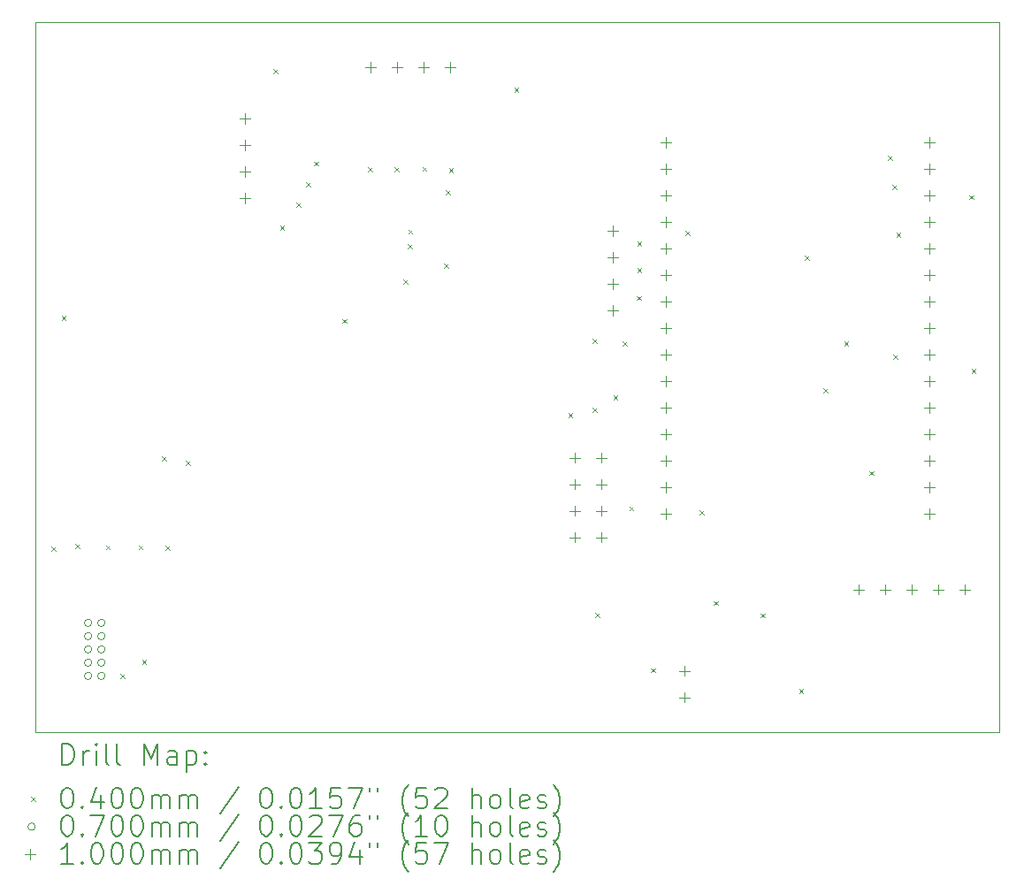
<source format=gbr>
%FSLAX45Y45*%
G04 Gerber Fmt 4.5, Leading zero omitted, Abs format (unit mm)*
G04 Created by KiCad (PCBNEW (6.0.0-0)) date 2022-01-05 21:04:28*
%MOMM*%
%LPD*%
G01*
G04 APERTURE LIST*
%TA.AperFunction,Profile*%
%ADD10C,0.050000*%
%TD*%
%ADD11C,0.200000*%
%ADD12C,0.040000*%
%ADD13C,0.070000*%
%ADD14C,0.100000*%
G04 APERTURE END LIST*
D10*
X25720000Y-13645000D02*
X25720000Y-6845000D01*
X25720000Y-6845000D02*
X16495000Y-6845000D01*
X16495000Y-13645000D02*
X25720000Y-13645000D01*
X16495000Y-6845000D02*
X16495000Y-13645000D01*
D11*
D12*
X16647000Y-11867000D02*
X16687000Y-11907000D01*
X16687000Y-11867000D02*
X16647000Y-11907000D01*
X16743000Y-9661000D02*
X16783000Y-9701000D01*
X16783000Y-9661000D02*
X16743000Y-9701000D01*
X16872840Y-11842360D02*
X16912840Y-11882360D01*
X16912840Y-11842360D02*
X16872840Y-11882360D01*
X17167000Y-11856000D02*
X17207000Y-11896000D01*
X17207000Y-11856000D02*
X17167000Y-11896000D01*
X17308000Y-13089000D02*
X17348000Y-13129000D01*
X17348000Y-13089000D02*
X17308000Y-13129000D01*
X17481000Y-11856000D02*
X17521000Y-11896000D01*
X17521000Y-11856000D02*
X17481000Y-11896000D01*
X17515000Y-12953000D02*
X17555000Y-12993000D01*
X17555000Y-12953000D02*
X17515000Y-12993000D01*
X17706000Y-11007000D02*
X17746000Y-11047000D01*
X17746000Y-11007000D02*
X17706000Y-11047000D01*
X17738000Y-11860000D02*
X17778000Y-11900000D01*
X17778000Y-11860000D02*
X17738000Y-11900000D01*
X17933000Y-11050000D02*
X17973000Y-11090000D01*
X17973000Y-11050000D02*
X17933000Y-11090000D01*
X18772000Y-7295000D02*
X18812000Y-7335000D01*
X18812000Y-7295000D02*
X18772000Y-7335000D01*
X18836000Y-8794000D02*
X18876000Y-8834000D01*
X18876000Y-8794000D02*
X18836000Y-8834000D01*
X18993000Y-8575000D02*
X19033000Y-8615000D01*
X19033000Y-8575000D02*
X18993000Y-8615000D01*
X19085000Y-8379000D02*
X19125000Y-8419000D01*
X19125000Y-8379000D02*
X19085000Y-8419000D01*
X19159000Y-8182000D02*
X19199000Y-8222000D01*
X19199000Y-8182000D02*
X19159000Y-8222000D01*
X19429000Y-9690000D02*
X19469000Y-9730000D01*
X19469000Y-9690000D02*
X19429000Y-9730000D01*
X19680000Y-8236000D02*
X19720000Y-8276000D01*
X19720000Y-8236000D02*
X19680000Y-8276000D01*
X19934000Y-8235000D02*
X19974000Y-8275000D01*
X19974000Y-8235000D02*
X19934000Y-8275000D01*
X20017000Y-9313000D02*
X20057000Y-9353000D01*
X20057000Y-9313000D02*
X20017000Y-9353000D01*
X20057000Y-8976000D02*
X20097000Y-9016000D01*
X20097000Y-8976000D02*
X20057000Y-9016000D01*
X20063000Y-8834000D02*
X20103000Y-8874000D01*
X20103000Y-8834000D02*
X20063000Y-8874000D01*
X20197000Y-8234000D02*
X20237000Y-8274000D01*
X20237000Y-8234000D02*
X20197000Y-8274000D01*
X20404000Y-9160000D02*
X20444000Y-9200000D01*
X20444000Y-9160000D02*
X20404000Y-9200000D01*
X20419500Y-8458500D02*
X20459500Y-8498500D01*
X20459500Y-8458500D02*
X20419500Y-8498500D01*
X20451000Y-8245000D02*
X20491000Y-8285000D01*
X20491000Y-8245000D02*
X20451000Y-8285000D01*
X21078000Y-7478000D02*
X21118000Y-7518000D01*
X21118000Y-7478000D02*
X21078000Y-7518000D01*
X21596000Y-10591000D02*
X21636000Y-10631000D01*
X21636000Y-10591000D02*
X21596000Y-10631000D01*
X21829000Y-9881000D02*
X21869000Y-9921000D01*
X21869000Y-9881000D02*
X21829000Y-9921000D01*
X21830000Y-10538000D02*
X21870000Y-10578000D01*
X21870000Y-10538000D02*
X21830000Y-10578000D01*
X21856000Y-12502000D02*
X21896000Y-12542000D01*
X21896000Y-12502000D02*
X21856000Y-12542000D01*
X22027000Y-10425000D02*
X22067000Y-10465000D01*
X22067000Y-10425000D02*
X22027000Y-10465000D01*
X22117000Y-9906000D02*
X22157000Y-9946000D01*
X22157000Y-9906000D02*
X22117000Y-9946000D01*
X22180000Y-11485000D02*
X22220000Y-11525000D01*
X22220000Y-11485000D02*
X22180000Y-11525000D01*
X22254000Y-9469000D02*
X22294000Y-9509000D01*
X22294000Y-9469000D02*
X22254000Y-9509000D01*
X22255000Y-8950000D02*
X22295000Y-8990000D01*
X22295000Y-8950000D02*
X22255000Y-8990000D01*
X22256000Y-9202000D02*
X22296000Y-9242000D01*
X22296000Y-9202000D02*
X22256000Y-9242000D01*
X22385000Y-13035000D02*
X22425000Y-13075000D01*
X22425000Y-13035000D02*
X22385000Y-13075000D01*
X22715000Y-8846000D02*
X22755000Y-8886000D01*
X22755000Y-8846000D02*
X22715000Y-8886000D01*
X22852000Y-11525000D02*
X22892000Y-11565000D01*
X22892000Y-11525000D02*
X22852000Y-11565000D01*
X22987000Y-12391000D02*
X23027000Y-12431000D01*
X23027000Y-12391000D02*
X22987000Y-12431000D01*
X23434000Y-12509000D02*
X23474000Y-12549000D01*
X23474000Y-12509000D02*
X23434000Y-12549000D01*
X23806000Y-13230000D02*
X23846000Y-13270000D01*
X23846000Y-13230000D02*
X23806000Y-13270000D01*
X23857000Y-9085000D02*
X23897000Y-9125000D01*
X23897000Y-9085000D02*
X23857000Y-9125000D01*
X24039000Y-10352000D02*
X24079000Y-10392000D01*
X24079000Y-10352000D02*
X24039000Y-10392000D01*
X24237000Y-9905000D02*
X24277000Y-9945000D01*
X24277000Y-9905000D02*
X24237000Y-9945000D01*
X24477000Y-11145000D02*
X24517000Y-11185000D01*
X24517000Y-11145000D02*
X24477000Y-11185000D01*
X24657000Y-8125000D02*
X24697000Y-8165000D01*
X24697000Y-8125000D02*
X24657000Y-8165000D01*
X24697000Y-8405000D02*
X24737000Y-8445000D01*
X24737000Y-8405000D02*
X24697000Y-8445000D01*
X24709500Y-10032500D02*
X24749500Y-10072500D01*
X24749500Y-10032500D02*
X24709500Y-10072500D01*
X24737000Y-8865000D02*
X24777000Y-8905000D01*
X24777000Y-8865000D02*
X24737000Y-8905000D01*
X25437000Y-8505000D02*
X25477000Y-8545000D01*
X25477000Y-8505000D02*
X25437000Y-8545000D01*
X25457000Y-10165000D02*
X25497000Y-10205000D01*
X25497000Y-10165000D02*
X25457000Y-10205000D01*
D13*
X17033000Y-12600000D02*
G75*
G03*
X17033000Y-12600000I-35000J0D01*
G01*
X17033000Y-12727000D02*
G75*
G03*
X17033000Y-12727000I-35000J0D01*
G01*
X17033000Y-12854000D02*
G75*
G03*
X17033000Y-12854000I-35000J0D01*
G01*
X17033000Y-12981000D02*
G75*
G03*
X17033000Y-12981000I-35000J0D01*
G01*
X17033000Y-13108000D02*
G75*
G03*
X17033000Y-13108000I-35000J0D01*
G01*
X17160000Y-12600000D02*
G75*
G03*
X17160000Y-12600000I-35000J0D01*
G01*
X17160000Y-12727000D02*
G75*
G03*
X17160000Y-12727000I-35000J0D01*
G01*
X17160000Y-12854000D02*
G75*
G03*
X17160000Y-12854000I-35000J0D01*
G01*
X17160000Y-12981000D02*
G75*
G03*
X17160000Y-12981000I-35000J0D01*
G01*
X17160000Y-13108000D02*
G75*
G03*
X17160000Y-13108000I-35000J0D01*
G01*
D14*
X18500000Y-7720000D02*
X18500000Y-7820000D01*
X18450000Y-7770000D02*
X18550000Y-7770000D01*
X18500000Y-7974000D02*
X18500000Y-8074000D01*
X18450000Y-8024000D02*
X18550000Y-8024000D01*
X18500000Y-8228000D02*
X18500000Y-8328000D01*
X18450000Y-8278000D02*
X18550000Y-8278000D01*
X18500000Y-8482000D02*
X18500000Y-8582000D01*
X18450000Y-8532000D02*
X18550000Y-8532000D01*
X19700000Y-7231000D02*
X19700000Y-7331000D01*
X19650000Y-7281000D02*
X19750000Y-7281000D01*
X19954000Y-7231000D02*
X19954000Y-7331000D01*
X19904000Y-7281000D02*
X20004000Y-7281000D01*
X20208000Y-7231000D02*
X20208000Y-7331000D01*
X20158000Y-7281000D02*
X20258000Y-7281000D01*
X20462000Y-7231000D02*
X20462000Y-7331000D01*
X20412000Y-7281000D02*
X20512000Y-7281000D01*
X21656000Y-10968000D02*
X21656000Y-11068000D01*
X21606000Y-11018000D02*
X21706000Y-11018000D01*
X21656000Y-11222000D02*
X21656000Y-11322000D01*
X21606000Y-11272000D02*
X21706000Y-11272000D01*
X21656000Y-11476000D02*
X21656000Y-11576000D01*
X21606000Y-11526000D02*
X21706000Y-11526000D01*
X21656000Y-11730000D02*
X21656000Y-11830000D01*
X21606000Y-11780000D02*
X21706000Y-11780000D01*
X21910000Y-10968000D02*
X21910000Y-11068000D01*
X21860000Y-11018000D02*
X21960000Y-11018000D01*
X21910000Y-11222000D02*
X21910000Y-11322000D01*
X21860000Y-11272000D02*
X21960000Y-11272000D01*
X21910000Y-11476000D02*
X21910000Y-11576000D01*
X21860000Y-11526000D02*
X21960000Y-11526000D01*
X21910000Y-11730000D02*
X21910000Y-11830000D01*
X21860000Y-11780000D02*
X21960000Y-11780000D01*
X22020000Y-8795000D02*
X22020000Y-8895000D01*
X21970000Y-8845000D02*
X22070000Y-8845000D01*
X22020000Y-9049000D02*
X22020000Y-9149000D01*
X21970000Y-9099000D02*
X22070000Y-9099000D01*
X22020000Y-9303000D02*
X22020000Y-9403000D01*
X21970000Y-9353000D02*
X22070000Y-9353000D01*
X22020000Y-9557000D02*
X22020000Y-9657000D01*
X21970000Y-9607000D02*
X22070000Y-9607000D01*
X22531000Y-7950000D02*
X22531000Y-8050000D01*
X22481000Y-8000000D02*
X22581000Y-8000000D01*
X22531000Y-8204000D02*
X22531000Y-8304000D01*
X22481000Y-8254000D02*
X22581000Y-8254000D01*
X22531000Y-8458000D02*
X22531000Y-8558000D01*
X22481000Y-8508000D02*
X22581000Y-8508000D01*
X22531000Y-8712000D02*
X22531000Y-8812000D01*
X22481000Y-8762000D02*
X22581000Y-8762000D01*
X22531000Y-8966000D02*
X22531000Y-9066000D01*
X22481000Y-9016000D02*
X22581000Y-9016000D01*
X22531000Y-9220000D02*
X22531000Y-9320000D01*
X22481000Y-9270000D02*
X22581000Y-9270000D01*
X22531000Y-9474000D02*
X22531000Y-9574000D01*
X22481000Y-9524000D02*
X22581000Y-9524000D01*
X22531000Y-9728000D02*
X22531000Y-9828000D01*
X22481000Y-9778000D02*
X22581000Y-9778000D01*
X22531000Y-9982000D02*
X22531000Y-10082000D01*
X22481000Y-10032000D02*
X22581000Y-10032000D01*
X22531000Y-10236000D02*
X22531000Y-10336000D01*
X22481000Y-10286000D02*
X22581000Y-10286000D01*
X22531000Y-10490000D02*
X22531000Y-10590000D01*
X22481000Y-10540000D02*
X22581000Y-10540000D01*
X22531000Y-10744000D02*
X22531000Y-10844000D01*
X22481000Y-10794000D02*
X22581000Y-10794000D01*
X22531000Y-10998000D02*
X22531000Y-11098000D01*
X22481000Y-11048000D02*
X22581000Y-11048000D01*
X22531000Y-11252000D02*
X22531000Y-11352000D01*
X22481000Y-11302000D02*
X22581000Y-11302000D01*
X22531000Y-11506000D02*
X22531000Y-11606000D01*
X22481000Y-11556000D02*
X22581000Y-11556000D01*
X22705000Y-13008500D02*
X22705000Y-13108500D01*
X22655000Y-13058500D02*
X22755000Y-13058500D01*
X22705000Y-13262500D02*
X22705000Y-13362500D01*
X22655000Y-13312500D02*
X22755000Y-13312500D01*
X24372500Y-12230000D02*
X24372500Y-12330000D01*
X24322500Y-12280000D02*
X24422500Y-12280000D01*
X24626500Y-12230000D02*
X24626500Y-12330000D01*
X24576500Y-12280000D02*
X24676500Y-12280000D01*
X24880500Y-12230000D02*
X24880500Y-12330000D01*
X24830500Y-12280000D02*
X24930500Y-12280000D01*
X25050000Y-7950000D02*
X25050000Y-8050000D01*
X25000000Y-8000000D02*
X25100000Y-8000000D01*
X25050000Y-8204000D02*
X25050000Y-8304000D01*
X25000000Y-8254000D02*
X25100000Y-8254000D01*
X25050000Y-8458000D02*
X25050000Y-8558000D01*
X25000000Y-8508000D02*
X25100000Y-8508000D01*
X25050000Y-8712000D02*
X25050000Y-8812000D01*
X25000000Y-8762000D02*
X25100000Y-8762000D01*
X25050000Y-8966000D02*
X25050000Y-9066000D01*
X25000000Y-9016000D02*
X25100000Y-9016000D01*
X25050000Y-9220000D02*
X25050000Y-9320000D01*
X25000000Y-9270000D02*
X25100000Y-9270000D01*
X25050000Y-9474000D02*
X25050000Y-9574000D01*
X25000000Y-9524000D02*
X25100000Y-9524000D01*
X25050000Y-9728000D02*
X25050000Y-9828000D01*
X25000000Y-9778000D02*
X25100000Y-9778000D01*
X25050000Y-9982000D02*
X25050000Y-10082000D01*
X25000000Y-10032000D02*
X25100000Y-10032000D01*
X25050000Y-10236000D02*
X25050000Y-10336000D01*
X25000000Y-10286000D02*
X25100000Y-10286000D01*
X25050000Y-10490000D02*
X25050000Y-10590000D01*
X25000000Y-10540000D02*
X25100000Y-10540000D01*
X25050000Y-10744000D02*
X25050000Y-10844000D01*
X25000000Y-10794000D02*
X25100000Y-10794000D01*
X25050000Y-10998000D02*
X25050000Y-11098000D01*
X25000000Y-11048000D02*
X25100000Y-11048000D01*
X25050000Y-11252000D02*
X25050000Y-11352000D01*
X25000000Y-11302000D02*
X25100000Y-11302000D01*
X25050000Y-11506000D02*
X25050000Y-11606000D01*
X25000000Y-11556000D02*
X25100000Y-11556000D01*
X25134500Y-12230000D02*
X25134500Y-12330000D01*
X25084500Y-12280000D02*
X25184500Y-12280000D01*
X25388500Y-12230000D02*
X25388500Y-12330000D01*
X25338500Y-12280000D02*
X25438500Y-12280000D01*
D11*
X16750119Y-13957976D02*
X16750119Y-13757976D01*
X16797738Y-13757976D01*
X16826310Y-13767500D01*
X16845357Y-13786548D01*
X16854881Y-13805595D01*
X16864405Y-13843690D01*
X16864405Y-13872262D01*
X16854881Y-13910357D01*
X16845357Y-13929405D01*
X16826310Y-13948452D01*
X16797738Y-13957976D01*
X16750119Y-13957976D01*
X16950119Y-13957976D02*
X16950119Y-13824643D01*
X16950119Y-13862738D02*
X16959643Y-13843690D01*
X16969167Y-13834167D01*
X16988214Y-13824643D01*
X17007262Y-13824643D01*
X17073929Y-13957976D02*
X17073929Y-13824643D01*
X17073929Y-13757976D02*
X17064405Y-13767500D01*
X17073929Y-13777024D01*
X17083452Y-13767500D01*
X17073929Y-13757976D01*
X17073929Y-13777024D01*
X17197738Y-13957976D02*
X17178690Y-13948452D01*
X17169167Y-13929405D01*
X17169167Y-13757976D01*
X17302500Y-13957976D02*
X17283452Y-13948452D01*
X17273929Y-13929405D01*
X17273929Y-13757976D01*
X17531071Y-13957976D02*
X17531071Y-13757976D01*
X17597738Y-13900833D01*
X17664405Y-13757976D01*
X17664405Y-13957976D01*
X17845357Y-13957976D02*
X17845357Y-13853214D01*
X17835833Y-13834167D01*
X17816786Y-13824643D01*
X17778690Y-13824643D01*
X17759643Y-13834167D01*
X17845357Y-13948452D02*
X17826310Y-13957976D01*
X17778690Y-13957976D01*
X17759643Y-13948452D01*
X17750119Y-13929405D01*
X17750119Y-13910357D01*
X17759643Y-13891309D01*
X17778690Y-13881786D01*
X17826310Y-13881786D01*
X17845357Y-13872262D01*
X17940595Y-13824643D02*
X17940595Y-14024643D01*
X17940595Y-13834167D02*
X17959643Y-13824643D01*
X17997738Y-13824643D01*
X18016786Y-13834167D01*
X18026310Y-13843690D01*
X18035833Y-13862738D01*
X18035833Y-13919881D01*
X18026310Y-13938928D01*
X18016786Y-13948452D01*
X17997738Y-13957976D01*
X17959643Y-13957976D01*
X17940595Y-13948452D01*
X18121548Y-13938928D02*
X18131071Y-13948452D01*
X18121548Y-13957976D01*
X18112024Y-13948452D01*
X18121548Y-13938928D01*
X18121548Y-13957976D01*
X18121548Y-13834167D02*
X18131071Y-13843690D01*
X18121548Y-13853214D01*
X18112024Y-13843690D01*
X18121548Y-13834167D01*
X18121548Y-13853214D01*
D12*
X16452500Y-14267500D02*
X16492500Y-14307500D01*
X16492500Y-14267500D02*
X16452500Y-14307500D01*
D11*
X16788214Y-14177976D02*
X16807262Y-14177976D01*
X16826310Y-14187500D01*
X16835833Y-14197024D01*
X16845357Y-14216071D01*
X16854881Y-14254167D01*
X16854881Y-14301786D01*
X16845357Y-14339881D01*
X16835833Y-14358928D01*
X16826310Y-14368452D01*
X16807262Y-14377976D01*
X16788214Y-14377976D01*
X16769167Y-14368452D01*
X16759643Y-14358928D01*
X16750119Y-14339881D01*
X16740595Y-14301786D01*
X16740595Y-14254167D01*
X16750119Y-14216071D01*
X16759643Y-14197024D01*
X16769167Y-14187500D01*
X16788214Y-14177976D01*
X16940595Y-14358928D02*
X16950119Y-14368452D01*
X16940595Y-14377976D01*
X16931071Y-14368452D01*
X16940595Y-14358928D01*
X16940595Y-14377976D01*
X17121548Y-14244643D02*
X17121548Y-14377976D01*
X17073929Y-14168452D02*
X17026310Y-14311309D01*
X17150119Y-14311309D01*
X17264405Y-14177976D02*
X17283452Y-14177976D01*
X17302500Y-14187500D01*
X17312024Y-14197024D01*
X17321548Y-14216071D01*
X17331071Y-14254167D01*
X17331071Y-14301786D01*
X17321548Y-14339881D01*
X17312024Y-14358928D01*
X17302500Y-14368452D01*
X17283452Y-14377976D01*
X17264405Y-14377976D01*
X17245357Y-14368452D01*
X17235833Y-14358928D01*
X17226310Y-14339881D01*
X17216786Y-14301786D01*
X17216786Y-14254167D01*
X17226310Y-14216071D01*
X17235833Y-14197024D01*
X17245357Y-14187500D01*
X17264405Y-14177976D01*
X17454881Y-14177976D02*
X17473929Y-14177976D01*
X17492976Y-14187500D01*
X17502500Y-14197024D01*
X17512024Y-14216071D01*
X17521548Y-14254167D01*
X17521548Y-14301786D01*
X17512024Y-14339881D01*
X17502500Y-14358928D01*
X17492976Y-14368452D01*
X17473929Y-14377976D01*
X17454881Y-14377976D01*
X17435833Y-14368452D01*
X17426310Y-14358928D01*
X17416786Y-14339881D01*
X17407262Y-14301786D01*
X17407262Y-14254167D01*
X17416786Y-14216071D01*
X17426310Y-14197024D01*
X17435833Y-14187500D01*
X17454881Y-14177976D01*
X17607262Y-14377976D02*
X17607262Y-14244643D01*
X17607262Y-14263690D02*
X17616786Y-14254167D01*
X17635833Y-14244643D01*
X17664405Y-14244643D01*
X17683452Y-14254167D01*
X17692976Y-14273214D01*
X17692976Y-14377976D01*
X17692976Y-14273214D02*
X17702500Y-14254167D01*
X17721548Y-14244643D01*
X17750119Y-14244643D01*
X17769167Y-14254167D01*
X17778690Y-14273214D01*
X17778690Y-14377976D01*
X17873929Y-14377976D02*
X17873929Y-14244643D01*
X17873929Y-14263690D02*
X17883452Y-14254167D01*
X17902500Y-14244643D01*
X17931071Y-14244643D01*
X17950119Y-14254167D01*
X17959643Y-14273214D01*
X17959643Y-14377976D01*
X17959643Y-14273214D02*
X17969167Y-14254167D01*
X17988214Y-14244643D01*
X18016786Y-14244643D01*
X18035833Y-14254167D01*
X18045357Y-14273214D01*
X18045357Y-14377976D01*
X18435833Y-14168452D02*
X18264405Y-14425595D01*
X18692976Y-14177976D02*
X18712024Y-14177976D01*
X18731071Y-14187500D01*
X18740595Y-14197024D01*
X18750119Y-14216071D01*
X18759643Y-14254167D01*
X18759643Y-14301786D01*
X18750119Y-14339881D01*
X18740595Y-14358928D01*
X18731071Y-14368452D01*
X18712024Y-14377976D01*
X18692976Y-14377976D01*
X18673929Y-14368452D01*
X18664405Y-14358928D01*
X18654881Y-14339881D01*
X18645357Y-14301786D01*
X18645357Y-14254167D01*
X18654881Y-14216071D01*
X18664405Y-14197024D01*
X18673929Y-14187500D01*
X18692976Y-14177976D01*
X18845357Y-14358928D02*
X18854881Y-14368452D01*
X18845357Y-14377976D01*
X18835833Y-14368452D01*
X18845357Y-14358928D01*
X18845357Y-14377976D01*
X18978690Y-14177976D02*
X18997738Y-14177976D01*
X19016786Y-14187500D01*
X19026310Y-14197024D01*
X19035833Y-14216071D01*
X19045357Y-14254167D01*
X19045357Y-14301786D01*
X19035833Y-14339881D01*
X19026310Y-14358928D01*
X19016786Y-14368452D01*
X18997738Y-14377976D01*
X18978690Y-14377976D01*
X18959643Y-14368452D01*
X18950119Y-14358928D01*
X18940595Y-14339881D01*
X18931071Y-14301786D01*
X18931071Y-14254167D01*
X18940595Y-14216071D01*
X18950119Y-14197024D01*
X18959643Y-14187500D01*
X18978690Y-14177976D01*
X19235833Y-14377976D02*
X19121548Y-14377976D01*
X19178690Y-14377976D02*
X19178690Y-14177976D01*
X19159643Y-14206548D01*
X19140595Y-14225595D01*
X19121548Y-14235119D01*
X19416786Y-14177976D02*
X19321548Y-14177976D01*
X19312024Y-14273214D01*
X19321548Y-14263690D01*
X19340595Y-14254167D01*
X19388214Y-14254167D01*
X19407262Y-14263690D01*
X19416786Y-14273214D01*
X19426310Y-14292262D01*
X19426310Y-14339881D01*
X19416786Y-14358928D01*
X19407262Y-14368452D01*
X19388214Y-14377976D01*
X19340595Y-14377976D01*
X19321548Y-14368452D01*
X19312024Y-14358928D01*
X19492976Y-14177976D02*
X19626310Y-14177976D01*
X19540595Y-14377976D01*
X19692976Y-14177976D02*
X19692976Y-14216071D01*
X19769167Y-14177976D02*
X19769167Y-14216071D01*
X20064405Y-14454167D02*
X20054881Y-14444643D01*
X20035833Y-14416071D01*
X20026310Y-14397024D01*
X20016786Y-14368452D01*
X20007262Y-14320833D01*
X20007262Y-14282738D01*
X20016786Y-14235119D01*
X20026310Y-14206548D01*
X20035833Y-14187500D01*
X20054881Y-14158928D01*
X20064405Y-14149405D01*
X20235833Y-14177976D02*
X20140595Y-14177976D01*
X20131071Y-14273214D01*
X20140595Y-14263690D01*
X20159643Y-14254167D01*
X20207262Y-14254167D01*
X20226310Y-14263690D01*
X20235833Y-14273214D01*
X20245357Y-14292262D01*
X20245357Y-14339881D01*
X20235833Y-14358928D01*
X20226310Y-14368452D01*
X20207262Y-14377976D01*
X20159643Y-14377976D01*
X20140595Y-14368452D01*
X20131071Y-14358928D01*
X20321548Y-14197024D02*
X20331071Y-14187500D01*
X20350119Y-14177976D01*
X20397738Y-14177976D01*
X20416786Y-14187500D01*
X20426310Y-14197024D01*
X20435833Y-14216071D01*
X20435833Y-14235119D01*
X20426310Y-14263690D01*
X20312024Y-14377976D01*
X20435833Y-14377976D01*
X20673929Y-14377976D02*
X20673929Y-14177976D01*
X20759643Y-14377976D02*
X20759643Y-14273214D01*
X20750119Y-14254167D01*
X20731071Y-14244643D01*
X20702500Y-14244643D01*
X20683452Y-14254167D01*
X20673929Y-14263690D01*
X20883452Y-14377976D02*
X20864405Y-14368452D01*
X20854881Y-14358928D01*
X20845357Y-14339881D01*
X20845357Y-14282738D01*
X20854881Y-14263690D01*
X20864405Y-14254167D01*
X20883452Y-14244643D01*
X20912024Y-14244643D01*
X20931071Y-14254167D01*
X20940595Y-14263690D01*
X20950119Y-14282738D01*
X20950119Y-14339881D01*
X20940595Y-14358928D01*
X20931071Y-14368452D01*
X20912024Y-14377976D01*
X20883452Y-14377976D01*
X21064405Y-14377976D02*
X21045357Y-14368452D01*
X21035833Y-14349405D01*
X21035833Y-14177976D01*
X21216786Y-14368452D02*
X21197738Y-14377976D01*
X21159643Y-14377976D01*
X21140595Y-14368452D01*
X21131071Y-14349405D01*
X21131071Y-14273214D01*
X21140595Y-14254167D01*
X21159643Y-14244643D01*
X21197738Y-14244643D01*
X21216786Y-14254167D01*
X21226310Y-14273214D01*
X21226310Y-14292262D01*
X21131071Y-14311309D01*
X21302500Y-14368452D02*
X21321548Y-14377976D01*
X21359643Y-14377976D01*
X21378690Y-14368452D01*
X21388214Y-14349405D01*
X21388214Y-14339881D01*
X21378690Y-14320833D01*
X21359643Y-14311309D01*
X21331071Y-14311309D01*
X21312024Y-14301786D01*
X21302500Y-14282738D01*
X21302500Y-14273214D01*
X21312024Y-14254167D01*
X21331071Y-14244643D01*
X21359643Y-14244643D01*
X21378690Y-14254167D01*
X21454881Y-14454167D02*
X21464405Y-14444643D01*
X21483452Y-14416071D01*
X21492976Y-14397024D01*
X21502500Y-14368452D01*
X21512024Y-14320833D01*
X21512024Y-14282738D01*
X21502500Y-14235119D01*
X21492976Y-14206548D01*
X21483452Y-14187500D01*
X21464405Y-14158928D01*
X21454881Y-14149405D01*
D13*
X16492500Y-14551500D02*
G75*
G03*
X16492500Y-14551500I-35000J0D01*
G01*
D11*
X16788214Y-14441976D02*
X16807262Y-14441976D01*
X16826310Y-14451500D01*
X16835833Y-14461024D01*
X16845357Y-14480071D01*
X16854881Y-14518167D01*
X16854881Y-14565786D01*
X16845357Y-14603881D01*
X16835833Y-14622928D01*
X16826310Y-14632452D01*
X16807262Y-14641976D01*
X16788214Y-14641976D01*
X16769167Y-14632452D01*
X16759643Y-14622928D01*
X16750119Y-14603881D01*
X16740595Y-14565786D01*
X16740595Y-14518167D01*
X16750119Y-14480071D01*
X16759643Y-14461024D01*
X16769167Y-14451500D01*
X16788214Y-14441976D01*
X16940595Y-14622928D02*
X16950119Y-14632452D01*
X16940595Y-14641976D01*
X16931071Y-14632452D01*
X16940595Y-14622928D01*
X16940595Y-14641976D01*
X17016786Y-14441976D02*
X17150119Y-14441976D01*
X17064405Y-14641976D01*
X17264405Y-14441976D02*
X17283452Y-14441976D01*
X17302500Y-14451500D01*
X17312024Y-14461024D01*
X17321548Y-14480071D01*
X17331071Y-14518167D01*
X17331071Y-14565786D01*
X17321548Y-14603881D01*
X17312024Y-14622928D01*
X17302500Y-14632452D01*
X17283452Y-14641976D01*
X17264405Y-14641976D01*
X17245357Y-14632452D01*
X17235833Y-14622928D01*
X17226310Y-14603881D01*
X17216786Y-14565786D01*
X17216786Y-14518167D01*
X17226310Y-14480071D01*
X17235833Y-14461024D01*
X17245357Y-14451500D01*
X17264405Y-14441976D01*
X17454881Y-14441976D02*
X17473929Y-14441976D01*
X17492976Y-14451500D01*
X17502500Y-14461024D01*
X17512024Y-14480071D01*
X17521548Y-14518167D01*
X17521548Y-14565786D01*
X17512024Y-14603881D01*
X17502500Y-14622928D01*
X17492976Y-14632452D01*
X17473929Y-14641976D01*
X17454881Y-14641976D01*
X17435833Y-14632452D01*
X17426310Y-14622928D01*
X17416786Y-14603881D01*
X17407262Y-14565786D01*
X17407262Y-14518167D01*
X17416786Y-14480071D01*
X17426310Y-14461024D01*
X17435833Y-14451500D01*
X17454881Y-14441976D01*
X17607262Y-14641976D02*
X17607262Y-14508643D01*
X17607262Y-14527690D02*
X17616786Y-14518167D01*
X17635833Y-14508643D01*
X17664405Y-14508643D01*
X17683452Y-14518167D01*
X17692976Y-14537214D01*
X17692976Y-14641976D01*
X17692976Y-14537214D02*
X17702500Y-14518167D01*
X17721548Y-14508643D01*
X17750119Y-14508643D01*
X17769167Y-14518167D01*
X17778690Y-14537214D01*
X17778690Y-14641976D01*
X17873929Y-14641976D02*
X17873929Y-14508643D01*
X17873929Y-14527690D02*
X17883452Y-14518167D01*
X17902500Y-14508643D01*
X17931071Y-14508643D01*
X17950119Y-14518167D01*
X17959643Y-14537214D01*
X17959643Y-14641976D01*
X17959643Y-14537214D02*
X17969167Y-14518167D01*
X17988214Y-14508643D01*
X18016786Y-14508643D01*
X18035833Y-14518167D01*
X18045357Y-14537214D01*
X18045357Y-14641976D01*
X18435833Y-14432452D02*
X18264405Y-14689595D01*
X18692976Y-14441976D02*
X18712024Y-14441976D01*
X18731071Y-14451500D01*
X18740595Y-14461024D01*
X18750119Y-14480071D01*
X18759643Y-14518167D01*
X18759643Y-14565786D01*
X18750119Y-14603881D01*
X18740595Y-14622928D01*
X18731071Y-14632452D01*
X18712024Y-14641976D01*
X18692976Y-14641976D01*
X18673929Y-14632452D01*
X18664405Y-14622928D01*
X18654881Y-14603881D01*
X18645357Y-14565786D01*
X18645357Y-14518167D01*
X18654881Y-14480071D01*
X18664405Y-14461024D01*
X18673929Y-14451500D01*
X18692976Y-14441976D01*
X18845357Y-14622928D02*
X18854881Y-14632452D01*
X18845357Y-14641976D01*
X18835833Y-14632452D01*
X18845357Y-14622928D01*
X18845357Y-14641976D01*
X18978690Y-14441976D02*
X18997738Y-14441976D01*
X19016786Y-14451500D01*
X19026310Y-14461024D01*
X19035833Y-14480071D01*
X19045357Y-14518167D01*
X19045357Y-14565786D01*
X19035833Y-14603881D01*
X19026310Y-14622928D01*
X19016786Y-14632452D01*
X18997738Y-14641976D01*
X18978690Y-14641976D01*
X18959643Y-14632452D01*
X18950119Y-14622928D01*
X18940595Y-14603881D01*
X18931071Y-14565786D01*
X18931071Y-14518167D01*
X18940595Y-14480071D01*
X18950119Y-14461024D01*
X18959643Y-14451500D01*
X18978690Y-14441976D01*
X19121548Y-14461024D02*
X19131071Y-14451500D01*
X19150119Y-14441976D01*
X19197738Y-14441976D01*
X19216786Y-14451500D01*
X19226310Y-14461024D01*
X19235833Y-14480071D01*
X19235833Y-14499119D01*
X19226310Y-14527690D01*
X19112024Y-14641976D01*
X19235833Y-14641976D01*
X19302500Y-14441976D02*
X19435833Y-14441976D01*
X19350119Y-14641976D01*
X19597738Y-14441976D02*
X19559643Y-14441976D01*
X19540595Y-14451500D01*
X19531071Y-14461024D01*
X19512024Y-14489595D01*
X19502500Y-14527690D01*
X19502500Y-14603881D01*
X19512024Y-14622928D01*
X19521548Y-14632452D01*
X19540595Y-14641976D01*
X19578690Y-14641976D01*
X19597738Y-14632452D01*
X19607262Y-14622928D01*
X19616786Y-14603881D01*
X19616786Y-14556262D01*
X19607262Y-14537214D01*
X19597738Y-14527690D01*
X19578690Y-14518167D01*
X19540595Y-14518167D01*
X19521548Y-14527690D01*
X19512024Y-14537214D01*
X19502500Y-14556262D01*
X19692976Y-14441976D02*
X19692976Y-14480071D01*
X19769167Y-14441976D02*
X19769167Y-14480071D01*
X20064405Y-14718167D02*
X20054881Y-14708643D01*
X20035833Y-14680071D01*
X20026310Y-14661024D01*
X20016786Y-14632452D01*
X20007262Y-14584833D01*
X20007262Y-14546738D01*
X20016786Y-14499119D01*
X20026310Y-14470548D01*
X20035833Y-14451500D01*
X20054881Y-14422928D01*
X20064405Y-14413405D01*
X20245357Y-14641976D02*
X20131071Y-14641976D01*
X20188214Y-14641976D02*
X20188214Y-14441976D01*
X20169167Y-14470548D01*
X20150119Y-14489595D01*
X20131071Y-14499119D01*
X20369167Y-14441976D02*
X20388214Y-14441976D01*
X20407262Y-14451500D01*
X20416786Y-14461024D01*
X20426310Y-14480071D01*
X20435833Y-14518167D01*
X20435833Y-14565786D01*
X20426310Y-14603881D01*
X20416786Y-14622928D01*
X20407262Y-14632452D01*
X20388214Y-14641976D01*
X20369167Y-14641976D01*
X20350119Y-14632452D01*
X20340595Y-14622928D01*
X20331071Y-14603881D01*
X20321548Y-14565786D01*
X20321548Y-14518167D01*
X20331071Y-14480071D01*
X20340595Y-14461024D01*
X20350119Y-14451500D01*
X20369167Y-14441976D01*
X20673929Y-14641976D02*
X20673929Y-14441976D01*
X20759643Y-14641976D02*
X20759643Y-14537214D01*
X20750119Y-14518167D01*
X20731071Y-14508643D01*
X20702500Y-14508643D01*
X20683452Y-14518167D01*
X20673929Y-14527690D01*
X20883452Y-14641976D02*
X20864405Y-14632452D01*
X20854881Y-14622928D01*
X20845357Y-14603881D01*
X20845357Y-14546738D01*
X20854881Y-14527690D01*
X20864405Y-14518167D01*
X20883452Y-14508643D01*
X20912024Y-14508643D01*
X20931071Y-14518167D01*
X20940595Y-14527690D01*
X20950119Y-14546738D01*
X20950119Y-14603881D01*
X20940595Y-14622928D01*
X20931071Y-14632452D01*
X20912024Y-14641976D01*
X20883452Y-14641976D01*
X21064405Y-14641976D02*
X21045357Y-14632452D01*
X21035833Y-14613405D01*
X21035833Y-14441976D01*
X21216786Y-14632452D02*
X21197738Y-14641976D01*
X21159643Y-14641976D01*
X21140595Y-14632452D01*
X21131071Y-14613405D01*
X21131071Y-14537214D01*
X21140595Y-14518167D01*
X21159643Y-14508643D01*
X21197738Y-14508643D01*
X21216786Y-14518167D01*
X21226310Y-14537214D01*
X21226310Y-14556262D01*
X21131071Y-14575309D01*
X21302500Y-14632452D02*
X21321548Y-14641976D01*
X21359643Y-14641976D01*
X21378690Y-14632452D01*
X21388214Y-14613405D01*
X21388214Y-14603881D01*
X21378690Y-14584833D01*
X21359643Y-14575309D01*
X21331071Y-14575309D01*
X21312024Y-14565786D01*
X21302500Y-14546738D01*
X21302500Y-14537214D01*
X21312024Y-14518167D01*
X21331071Y-14508643D01*
X21359643Y-14508643D01*
X21378690Y-14518167D01*
X21454881Y-14718167D02*
X21464405Y-14708643D01*
X21483452Y-14680071D01*
X21492976Y-14661024D01*
X21502500Y-14632452D01*
X21512024Y-14584833D01*
X21512024Y-14546738D01*
X21502500Y-14499119D01*
X21492976Y-14470548D01*
X21483452Y-14451500D01*
X21464405Y-14422928D01*
X21454881Y-14413405D01*
D14*
X16442500Y-14765500D02*
X16442500Y-14865500D01*
X16392500Y-14815500D02*
X16492500Y-14815500D01*
D11*
X16854881Y-14905976D02*
X16740595Y-14905976D01*
X16797738Y-14905976D02*
X16797738Y-14705976D01*
X16778690Y-14734548D01*
X16759643Y-14753595D01*
X16740595Y-14763119D01*
X16940595Y-14886928D02*
X16950119Y-14896452D01*
X16940595Y-14905976D01*
X16931071Y-14896452D01*
X16940595Y-14886928D01*
X16940595Y-14905976D01*
X17073929Y-14705976D02*
X17092976Y-14705976D01*
X17112024Y-14715500D01*
X17121548Y-14725024D01*
X17131071Y-14744071D01*
X17140595Y-14782167D01*
X17140595Y-14829786D01*
X17131071Y-14867881D01*
X17121548Y-14886928D01*
X17112024Y-14896452D01*
X17092976Y-14905976D01*
X17073929Y-14905976D01*
X17054881Y-14896452D01*
X17045357Y-14886928D01*
X17035833Y-14867881D01*
X17026310Y-14829786D01*
X17026310Y-14782167D01*
X17035833Y-14744071D01*
X17045357Y-14725024D01*
X17054881Y-14715500D01*
X17073929Y-14705976D01*
X17264405Y-14705976D02*
X17283452Y-14705976D01*
X17302500Y-14715500D01*
X17312024Y-14725024D01*
X17321548Y-14744071D01*
X17331071Y-14782167D01*
X17331071Y-14829786D01*
X17321548Y-14867881D01*
X17312024Y-14886928D01*
X17302500Y-14896452D01*
X17283452Y-14905976D01*
X17264405Y-14905976D01*
X17245357Y-14896452D01*
X17235833Y-14886928D01*
X17226310Y-14867881D01*
X17216786Y-14829786D01*
X17216786Y-14782167D01*
X17226310Y-14744071D01*
X17235833Y-14725024D01*
X17245357Y-14715500D01*
X17264405Y-14705976D01*
X17454881Y-14705976D02*
X17473929Y-14705976D01*
X17492976Y-14715500D01*
X17502500Y-14725024D01*
X17512024Y-14744071D01*
X17521548Y-14782167D01*
X17521548Y-14829786D01*
X17512024Y-14867881D01*
X17502500Y-14886928D01*
X17492976Y-14896452D01*
X17473929Y-14905976D01*
X17454881Y-14905976D01*
X17435833Y-14896452D01*
X17426310Y-14886928D01*
X17416786Y-14867881D01*
X17407262Y-14829786D01*
X17407262Y-14782167D01*
X17416786Y-14744071D01*
X17426310Y-14725024D01*
X17435833Y-14715500D01*
X17454881Y-14705976D01*
X17607262Y-14905976D02*
X17607262Y-14772643D01*
X17607262Y-14791690D02*
X17616786Y-14782167D01*
X17635833Y-14772643D01*
X17664405Y-14772643D01*
X17683452Y-14782167D01*
X17692976Y-14801214D01*
X17692976Y-14905976D01*
X17692976Y-14801214D02*
X17702500Y-14782167D01*
X17721548Y-14772643D01*
X17750119Y-14772643D01*
X17769167Y-14782167D01*
X17778690Y-14801214D01*
X17778690Y-14905976D01*
X17873929Y-14905976D02*
X17873929Y-14772643D01*
X17873929Y-14791690D02*
X17883452Y-14782167D01*
X17902500Y-14772643D01*
X17931071Y-14772643D01*
X17950119Y-14782167D01*
X17959643Y-14801214D01*
X17959643Y-14905976D01*
X17959643Y-14801214D02*
X17969167Y-14782167D01*
X17988214Y-14772643D01*
X18016786Y-14772643D01*
X18035833Y-14782167D01*
X18045357Y-14801214D01*
X18045357Y-14905976D01*
X18435833Y-14696452D02*
X18264405Y-14953595D01*
X18692976Y-14705976D02*
X18712024Y-14705976D01*
X18731071Y-14715500D01*
X18740595Y-14725024D01*
X18750119Y-14744071D01*
X18759643Y-14782167D01*
X18759643Y-14829786D01*
X18750119Y-14867881D01*
X18740595Y-14886928D01*
X18731071Y-14896452D01*
X18712024Y-14905976D01*
X18692976Y-14905976D01*
X18673929Y-14896452D01*
X18664405Y-14886928D01*
X18654881Y-14867881D01*
X18645357Y-14829786D01*
X18645357Y-14782167D01*
X18654881Y-14744071D01*
X18664405Y-14725024D01*
X18673929Y-14715500D01*
X18692976Y-14705976D01*
X18845357Y-14886928D02*
X18854881Y-14896452D01*
X18845357Y-14905976D01*
X18835833Y-14896452D01*
X18845357Y-14886928D01*
X18845357Y-14905976D01*
X18978690Y-14705976D02*
X18997738Y-14705976D01*
X19016786Y-14715500D01*
X19026310Y-14725024D01*
X19035833Y-14744071D01*
X19045357Y-14782167D01*
X19045357Y-14829786D01*
X19035833Y-14867881D01*
X19026310Y-14886928D01*
X19016786Y-14896452D01*
X18997738Y-14905976D01*
X18978690Y-14905976D01*
X18959643Y-14896452D01*
X18950119Y-14886928D01*
X18940595Y-14867881D01*
X18931071Y-14829786D01*
X18931071Y-14782167D01*
X18940595Y-14744071D01*
X18950119Y-14725024D01*
X18959643Y-14715500D01*
X18978690Y-14705976D01*
X19112024Y-14705976D02*
X19235833Y-14705976D01*
X19169167Y-14782167D01*
X19197738Y-14782167D01*
X19216786Y-14791690D01*
X19226310Y-14801214D01*
X19235833Y-14820262D01*
X19235833Y-14867881D01*
X19226310Y-14886928D01*
X19216786Y-14896452D01*
X19197738Y-14905976D01*
X19140595Y-14905976D01*
X19121548Y-14896452D01*
X19112024Y-14886928D01*
X19331071Y-14905976D02*
X19369167Y-14905976D01*
X19388214Y-14896452D01*
X19397738Y-14886928D01*
X19416786Y-14858357D01*
X19426310Y-14820262D01*
X19426310Y-14744071D01*
X19416786Y-14725024D01*
X19407262Y-14715500D01*
X19388214Y-14705976D01*
X19350119Y-14705976D01*
X19331071Y-14715500D01*
X19321548Y-14725024D01*
X19312024Y-14744071D01*
X19312024Y-14791690D01*
X19321548Y-14810738D01*
X19331071Y-14820262D01*
X19350119Y-14829786D01*
X19388214Y-14829786D01*
X19407262Y-14820262D01*
X19416786Y-14810738D01*
X19426310Y-14791690D01*
X19597738Y-14772643D02*
X19597738Y-14905976D01*
X19550119Y-14696452D02*
X19502500Y-14839309D01*
X19626310Y-14839309D01*
X19692976Y-14705976D02*
X19692976Y-14744071D01*
X19769167Y-14705976D02*
X19769167Y-14744071D01*
X20064405Y-14982167D02*
X20054881Y-14972643D01*
X20035833Y-14944071D01*
X20026310Y-14925024D01*
X20016786Y-14896452D01*
X20007262Y-14848833D01*
X20007262Y-14810738D01*
X20016786Y-14763119D01*
X20026310Y-14734548D01*
X20035833Y-14715500D01*
X20054881Y-14686928D01*
X20064405Y-14677405D01*
X20235833Y-14705976D02*
X20140595Y-14705976D01*
X20131071Y-14801214D01*
X20140595Y-14791690D01*
X20159643Y-14782167D01*
X20207262Y-14782167D01*
X20226310Y-14791690D01*
X20235833Y-14801214D01*
X20245357Y-14820262D01*
X20245357Y-14867881D01*
X20235833Y-14886928D01*
X20226310Y-14896452D01*
X20207262Y-14905976D01*
X20159643Y-14905976D01*
X20140595Y-14896452D01*
X20131071Y-14886928D01*
X20312024Y-14705976D02*
X20445357Y-14705976D01*
X20359643Y-14905976D01*
X20673929Y-14905976D02*
X20673929Y-14705976D01*
X20759643Y-14905976D02*
X20759643Y-14801214D01*
X20750119Y-14782167D01*
X20731071Y-14772643D01*
X20702500Y-14772643D01*
X20683452Y-14782167D01*
X20673929Y-14791690D01*
X20883452Y-14905976D02*
X20864405Y-14896452D01*
X20854881Y-14886928D01*
X20845357Y-14867881D01*
X20845357Y-14810738D01*
X20854881Y-14791690D01*
X20864405Y-14782167D01*
X20883452Y-14772643D01*
X20912024Y-14772643D01*
X20931071Y-14782167D01*
X20940595Y-14791690D01*
X20950119Y-14810738D01*
X20950119Y-14867881D01*
X20940595Y-14886928D01*
X20931071Y-14896452D01*
X20912024Y-14905976D01*
X20883452Y-14905976D01*
X21064405Y-14905976D02*
X21045357Y-14896452D01*
X21035833Y-14877405D01*
X21035833Y-14705976D01*
X21216786Y-14896452D02*
X21197738Y-14905976D01*
X21159643Y-14905976D01*
X21140595Y-14896452D01*
X21131071Y-14877405D01*
X21131071Y-14801214D01*
X21140595Y-14782167D01*
X21159643Y-14772643D01*
X21197738Y-14772643D01*
X21216786Y-14782167D01*
X21226310Y-14801214D01*
X21226310Y-14820262D01*
X21131071Y-14839309D01*
X21302500Y-14896452D02*
X21321548Y-14905976D01*
X21359643Y-14905976D01*
X21378690Y-14896452D01*
X21388214Y-14877405D01*
X21388214Y-14867881D01*
X21378690Y-14848833D01*
X21359643Y-14839309D01*
X21331071Y-14839309D01*
X21312024Y-14829786D01*
X21302500Y-14810738D01*
X21302500Y-14801214D01*
X21312024Y-14782167D01*
X21331071Y-14772643D01*
X21359643Y-14772643D01*
X21378690Y-14782167D01*
X21454881Y-14982167D02*
X21464405Y-14972643D01*
X21483452Y-14944071D01*
X21492976Y-14925024D01*
X21502500Y-14896452D01*
X21512024Y-14848833D01*
X21512024Y-14810738D01*
X21502500Y-14763119D01*
X21492976Y-14734548D01*
X21483452Y-14715500D01*
X21464405Y-14686928D01*
X21454881Y-14677405D01*
M02*

</source>
